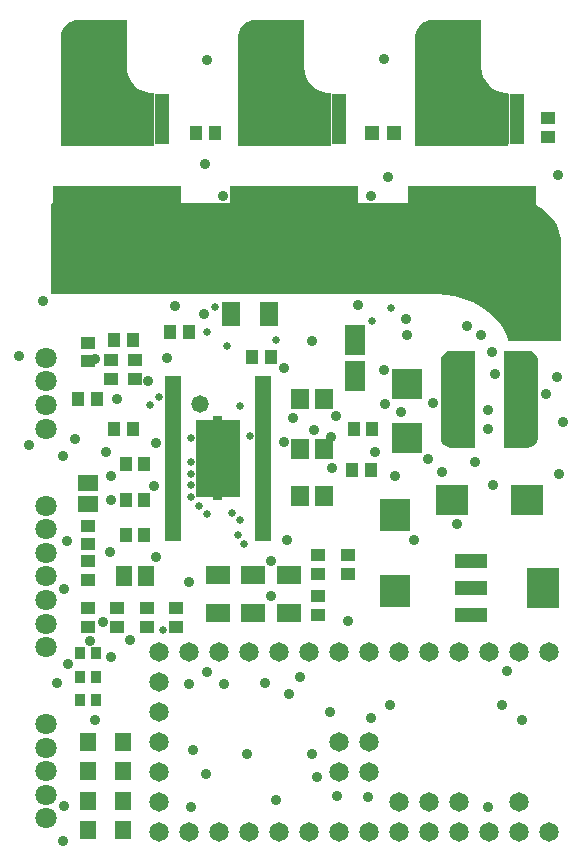
<source format=gts>
G04 Layer_Color=8388736*
%FSAX44Y44*%
%MOMM*%
G71*
G01*
G75*
%ADD43R,1.2032X1.1032*%
%ADD44R,1.3032X1.3032*%
%ADD45R,1.1032X1.2032*%
%ADD46R,10.8032X9.0032*%
%ADD47R,1.2532X4.3532*%
G04:AMPARAMS|DCode=48|XSize=2.9032mm|YSize=8.2032mm|CornerRadius=1.4516mm|HoleSize=0mm|Usage=FLASHONLY|Rotation=0.000|XOffset=0mm|YOffset=0mm|HoleType=Round|Shape=RoundedRectangle|*
%AMROUNDEDRECTD48*
21,1,2.9032,5.3000,0,0,0.0*
21,1,0.0000,8.2032,0,0,0.0*
1,1,2.9032,0.0000,-2.6500*
1,1,2.9032,0.0000,-2.6500*
1,1,2.9032,0.0000,2.6500*
1,1,2.9032,0.0000,2.6500*
%
%ADD48ROUNDEDRECTD48*%
%ADD49R,1.7532X2.6032*%
%ADD50R,2.8032X2.6032*%
%ADD51R,1.6532X1.3532*%
%ADD52R,2.1032X1.5532*%
%ADD53R,2.6032X2.8032*%
%ADD54R,2.5032X2.5032*%
%ADD55R,2.7032X3.5032*%
%ADD56R,2.7032X1.2032*%
%ADD57R,0.9032X1.1032*%
%ADD58R,1.5532X2.1032*%
%ADD59R,1.3532X1.6532*%
%ADD60R,1.4732X0.5080*%
%ADD61R,1.5532X1.7532*%
%ADD62R,1.4224X1.6256*%
%ADD63C,1.8034*%
%ADD64C,1.6510*%
%ADD65C,0.9144*%
%ADD66C,0.6604*%
%ADD67C,0.7112*%
%ADD68C,1.4732*%
G36*
X00784000Y00852385D02*
X00798685D01*
Y00849559D01*
Y00845559D01*
Y00841685D01*
Y00837685D01*
Y00833811D01*
Y00829811D01*
Y00825937D01*
Y00821937D01*
Y00818063D01*
Y00814063D01*
Y00810189D01*
Y00806189D01*
Y00802315D01*
Y00798315D01*
Y00794441D01*
Y00787615D01*
X00784000D01*
Y00784450D01*
X00776000D01*
Y00787615D01*
X00761315D01*
Y00794441D01*
Y00798315D01*
Y00802315D01*
Y00806189D01*
Y00810189D01*
Y00814063D01*
Y00818063D01*
Y00821937D01*
Y00825937D01*
Y00829811D01*
Y00833811D01*
Y00837685D01*
Y00841685D01*
Y00845559D01*
Y00849559D01*
Y00852385D01*
X00776000D01*
Y00855550D01*
X00784000D01*
Y00852385D01*
D02*
G37*
%LPC*%
G36*
X00785937Y00810189D02*
X00781937D01*
Y00806189D01*
X00785937D01*
Y00810189D01*
D02*
G37*
G36*
X00778063D02*
X00774063D01*
Y00806189D01*
X00778063D01*
Y00810189D01*
D02*
G37*
G36*
X00770189D02*
X00766189D01*
Y00806189D01*
X00770189D01*
Y00810189D01*
D02*
G37*
G36*
X00793811D02*
X00789811D01*
Y00806189D01*
X00793811D01*
Y00810189D01*
D02*
G37*
G36*
X00785937Y00818063D02*
X00781937D01*
Y00814063D01*
X00785937D01*
Y00818063D01*
D02*
G37*
G36*
X00778063D02*
X00774063D01*
Y00814063D01*
X00778063D01*
Y00818063D01*
D02*
G37*
G36*
X00770189D02*
X00766189D01*
Y00814063D01*
X00770189D01*
Y00818063D01*
D02*
G37*
G36*
X00793811Y00802315D02*
X00789811D01*
Y00798315D01*
X00793811D01*
Y00802315D01*
D02*
G37*
G36*
X00785937Y00794441D02*
X00781937D01*
Y00790441D01*
X00785937D01*
Y00794441D01*
D02*
G37*
G36*
X00778063D02*
X00774063D01*
Y00790441D01*
X00778063D01*
Y00794441D01*
D02*
G37*
G36*
X00770189D02*
X00766189D01*
Y00790441D01*
X00770189D01*
Y00794441D01*
D02*
G37*
G36*
X00793811D02*
X00789811D01*
Y00790441D01*
X00793811D01*
Y00794441D01*
D02*
G37*
G36*
X00785937Y00802315D02*
X00781937D01*
Y00798315D01*
X00785937D01*
Y00802315D01*
D02*
G37*
G36*
X00778063D02*
X00774063D01*
Y00798315D01*
X00778063D01*
Y00802315D01*
D02*
G37*
G36*
X00770189D02*
X00766189D01*
Y00798315D01*
X00770189D01*
Y00802315D01*
D02*
G37*
G36*
X00793811Y00818063D02*
X00789811D01*
Y00814063D01*
X00793811D01*
Y00818063D01*
D02*
G37*
G36*
X00785937Y00841685D02*
X00781937D01*
Y00837685D01*
X00785937D01*
Y00841685D01*
D02*
G37*
G36*
X00793811D02*
X00789811D01*
Y00837685D01*
X00793811D01*
Y00841685D01*
D02*
G37*
G36*
X00770189D02*
X00766189D01*
Y00837685D01*
X00770189D01*
Y00841685D01*
D02*
G37*
G36*
X00778063D02*
X00774063D01*
Y00837685D01*
X00778063D01*
Y00841685D01*
D02*
G37*
G36*
X00785937Y00849559D02*
X00781937D01*
Y00845559D01*
X00785937D01*
Y00849559D01*
D02*
G37*
G36*
X00793811D02*
X00789811D01*
Y00845559D01*
X00793811D01*
Y00849559D01*
D02*
G37*
G36*
X00770189D02*
X00766189D01*
Y00845559D01*
X00770189D01*
Y00849559D01*
D02*
G37*
G36*
X00778063D02*
X00774063D01*
Y00845559D01*
X00778063D01*
Y00849559D01*
D02*
G37*
G36*
X00785937Y00825937D02*
X00781937D01*
Y00821937D01*
X00785937D01*
Y00825937D01*
D02*
G37*
G36*
X00793811D02*
X00789811D01*
Y00821937D01*
X00793811D01*
Y00825937D01*
D02*
G37*
G36*
X00770189D02*
X00766189D01*
Y00821937D01*
X00770189D01*
Y00825937D01*
D02*
G37*
G36*
X00778063D02*
X00774063D01*
Y00821937D01*
X00778063D01*
Y00825937D01*
D02*
G37*
G36*
X00785937Y00833811D02*
X00781937D01*
Y00829811D01*
X00785937D01*
Y00833811D01*
D02*
G37*
G36*
X00793811D02*
X00789811D01*
Y00829811D01*
X00793811D01*
Y00833811D01*
D02*
G37*
G36*
X00770189D02*
X00766189D01*
Y00829811D01*
X00770189D01*
Y00833811D01*
D02*
G37*
G36*
X00778063D02*
X00774063D01*
Y00829811D01*
X00778063D01*
Y00833811D01*
D02*
G37*
%LPD*%
G36*
X01045035Y01036015D02*
X01045070Y01036015D01*
X01045101Y01036011D01*
X01045133Y01036009D01*
X01045167Y01036002D01*
X01045201Y01035998D01*
X01045232Y01035989D01*
X01045263Y01035983D01*
X01045296Y01035972D01*
X01045330Y01035963D01*
X01047943Y01035067D01*
X01047968Y01035056D01*
X01047994Y01035048D01*
X01048029Y01035031D01*
X01048065Y01035016D01*
X01048089Y01035002D01*
X01048114Y01034990D01*
X01055317Y01030912D01*
X01055343Y01030895D01*
X01055370Y01030880D01*
X01055399Y01030858D01*
X01055428Y01030839D01*
X01055452Y01030818D01*
X01055477Y01030800D01*
X01059905Y01027018D01*
X01059915Y01027008D01*
X01059925Y01027000D01*
X01059962Y01026962D01*
X01060001Y01026925D01*
X01060009Y01026914D01*
X01060018Y01026905D01*
X01063800Y01022476D01*
X01063808Y01022465D01*
X01063818Y01022456D01*
X01063848Y01022412D01*
X01063880Y01022370D01*
X01063887Y01022358D01*
X01063894Y01022347D01*
X01066937Y01017381D01*
X01066943Y01017370D01*
X01066951Y01017358D01*
X01066975Y01017310D01*
X01066999Y01017263D01*
X01067004Y01017251D01*
X01067010Y01017239D01*
X01069239Y01011858D01*
X01069243Y01011846D01*
X01069248Y01011834D01*
X01069264Y01011783D01*
X01069281Y01011732D01*
X01069284Y01011719D01*
X01069288Y01011706D01*
X01070647Y01006044D01*
X01070650Y01006031D01*
X01070653Y01006018D01*
X01070661Y01005965D01*
X01070670Y01005912D01*
X01070670Y01005899D01*
X01070672Y01005886D01*
X01071015Y01001534D01*
X01071015Y01001494D01*
X01071018Y01001454D01*
Y01000000D01*
X01071018Y01000000D01*
X01071018Y00920000D01*
X01071009Y00919867D01*
X01070983Y00919736D01*
X01070941Y00919610D01*
X01070882Y00919491D01*
X01070808Y00919380D01*
X01070720Y00919280D01*
X01070620Y00919192D01*
X01070509Y00919118D01*
X01070390Y00919059D01*
X01070264Y00919016D01*
X01070133Y00918990D01*
X01070000Y00918982D01*
X01026782D01*
X01026778Y00918982D01*
X01026775Y00918982D01*
X01026711Y00918987D01*
X01026649Y00918990D01*
X01026646Y00918991D01*
X01026642Y00918991D01*
X01026579Y00919005D01*
X01026518Y00919016D01*
X01026515Y00919018D01*
X01026512Y00919018D01*
X01026453Y00919038D01*
X01026392Y00919059D01*
X01026389Y00919061D01*
X01026386Y00919062D01*
X01026331Y00919090D01*
X01026273Y00919118D01*
X01026270Y00919120D01*
X01026267Y00919122D01*
X01026214Y00919158D01*
X01026162Y00919192D01*
X01026160Y00919194D01*
X01026157Y00919196D01*
X01026109Y00919239D01*
X01026062Y00919280D01*
X01026060Y00919283D01*
X01026057Y00919285D01*
X01026016Y00919332D01*
X01025974Y00919380D01*
X01025972Y00919383D01*
X01025970Y00919386D01*
X01025935Y00919440D01*
X01025900Y00919491D01*
X01025899Y00919494D01*
X01025897Y00919497D01*
X01025869Y00919554D01*
X01025841Y00919610D01*
X01025840Y00919614D01*
X01025839Y00919617D01*
X01025819Y00919676D01*
X01025798Y00919736D01*
X01025798Y00919740D01*
X01025797Y00919743D01*
X01025438Y00921121D01*
X01024067Y00925175D01*
X01021669Y00930037D01*
X01018659Y00934542D01*
X01015458Y00938158D01*
X01014298Y00939263D01*
X01014298Y00939263D01*
D01*
X01011716Y00941722D01*
X01003081Y00948126D01*
X00996064Y00952004D01*
X00988647Y00955076D01*
X00980933Y00957299D01*
X00973018Y00958644D01*
X00967006Y00958981D01*
X00965000Y00958981D01*
X00965000D01*
X00965000D01*
X00640000Y00958982D01*
X00639867Y00958990D01*
X00639737Y00959016D01*
X00639610Y00959059D01*
X00639491Y00959118D01*
X00639380Y00959192D01*
X00639280Y00959280D01*
X00639192Y00959380D01*
X00639118Y00959491D01*
X00639059Y00959610D01*
X00639016Y00959736D01*
X00638991Y00959867D01*
X00638982Y00960000D01*
Y01034270D01*
Y01034415D01*
D01*
Y01034415D01*
X00638991Y01034548D01*
X00639016Y01034679D01*
X00639031Y01034721D01*
X00639059Y01034805D01*
X00639059Y01034805D01*
X00639230Y01035218D01*
X00639230Y01035218D01*
X00639289Y01035337D01*
D01*
X00639290Y01035338D01*
X00639363Y01035448D01*
X00639439Y01035534D01*
X00639451Y01035548D01*
X00639451D01*
Y01035548D01*
X00639465Y01035561D01*
X00639551Y01035636D01*
X00639662Y01035710D01*
X00639662Y01035710D01*
D01*
X00639782Y01035769D01*
X00639782Y01035769D01*
X00640195Y01035940D01*
X00640195Y01035940D01*
X00640278Y01035968D01*
X00640321Y01035983D01*
X00640452Y01036009D01*
X00640584Y01036018D01*
X00640584D01*
D01*
X01045000D01*
X01045035Y01036015D01*
D02*
G37*
G36*
X00997133Y00911010D02*
X00997263Y00910984D01*
X00997390Y00910941D01*
X00997509Y00910882D01*
X00997620Y00910808D01*
X00997720Y00910720D01*
X00997808Y00910620D01*
X00997882Y00910509D01*
X00997941Y00910390D01*
X00997983Y00910264D01*
X00998009Y00910133D01*
X00998018Y00910000D01*
Y00830000D01*
X00998009Y00829867D01*
X00997983Y00829736D01*
X00997941Y00829610D01*
X00997882Y00829491D01*
X00997808Y00829380D01*
X00997720Y00829280D01*
X00997620Y00829192D01*
X00997509Y00829118D01*
X00997390Y00829059D01*
X00997263Y00829016D01*
X00997133Y00828990D01*
X00997000Y00828982D01*
X00977008D01*
X00976876Y00828990D01*
X00975409Y00829184D01*
X00975279Y00829210D01*
X00975153Y00829252D01*
X00973328Y00830008D01*
X00973208Y00830067D01*
X00973098Y00830141D01*
X00971531Y00831343D01*
X00971431Y00831431D01*
Y00831431D01*
X00971431D01*
X00971343Y00831531D01*
X00970141Y00833098D01*
X00970067Y00833209D01*
X00970037Y00833269D01*
X00970008Y00833328D01*
X00969252Y00835152D01*
X00969252Y00835153D01*
X00969224Y00835236D01*
X00969210Y00835279D01*
X00969184Y00835409D01*
Y00835409D01*
X00968990Y00836876D01*
X00968982Y00837008D01*
Y00837500D01*
Y00902500D01*
Y00902992D01*
X00968990Y00903124D01*
X00969184Y00904591D01*
X00969210Y00904722D01*
X00969252Y00904848D01*
X00970008Y00906672D01*
X00970067Y00906792D01*
X00970141Y00906902D01*
X00971343Y00908469D01*
X00971431Y00908569D01*
X00971531Y00908657D01*
X00971531Y00908657D01*
X00973098Y00909859D01*
X00973153Y00909896D01*
X00973208Y00909933D01*
X00973328Y00909992D01*
X00975152Y00910748D01*
X00975278Y00910790D01*
X00975409Y00910816D01*
X00976876Y00911010D01*
X00977008Y00911018D01*
X00977008D01*
X00977009D01*
X00977500Y00911018D01*
X00977500Y00911018D01*
X00997000D01*
X00997133Y00911010D01*
D02*
G37*
G36*
X01043124D02*
X01044591Y00910816D01*
X01044721Y00910790D01*
X01044847Y00910748D01*
X01046672Y00909992D01*
X01046792Y00909933D01*
X01046847Y00909896D01*
X01046902Y00909859D01*
X01048469Y00908657D01*
X01048569Y00908569D01*
X01048657Y00908469D01*
X01049859Y00906902D01*
X01049933Y00906792D01*
X01049992Y00906672D01*
X01050748Y00904847D01*
X01050790Y00904721D01*
X01050816Y00904591D01*
X01051010Y00903124D01*
X01051018Y00902992D01*
Y00902500D01*
Y00837500D01*
Y00837008D01*
X01051010Y00836876D01*
X01050816Y00835409D01*
Y00835409D01*
X01050790Y00835279D01*
X01050776Y00835236D01*
X01050748Y00835153D01*
X01050748Y00835152D01*
X01049992Y00833328D01*
X01049963Y00833269D01*
X01049933Y00833209D01*
X01049859Y00833098D01*
X01048657Y00831531D01*
X01048569Y00831431D01*
X01048569D01*
Y00831431D01*
X01048469Y00831343D01*
X01046902Y00830141D01*
X01046792Y00830067D01*
X01046672Y00830008D01*
X01044847Y00829252D01*
X01044721Y00829210D01*
X01044591Y00829184D01*
X01043124Y00828990D01*
X01042992Y00828982D01*
X01023000D01*
X01022867Y00828990D01*
X01022737Y00829016D01*
X01022610Y00829059D01*
X01022491Y00829118D01*
X01022380Y00829192D01*
X01022280Y00829280D01*
X01022192Y00829380D01*
X01022118Y00829491D01*
X01022059Y00829610D01*
X01022017Y00829736D01*
X01021991Y00829867D01*
X01021982Y00830000D01*
Y00910000D01*
X01021991Y00910133D01*
X01022017Y00910264D01*
X01022059Y00910390D01*
X01022118Y00910509D01*
X01022192Y00910620D01*
X01022280Y00910720D01*
X01022380Y00910808D01*
X01022491Y00910882D01*
X01022610Y00910941D01*
X01022737Y00910984D01*
X01022867Y00911010D01*
X01023000Y00911018D01*
X01042992D01*
X01043124Y00911010D01*
D02*
G37*
G36*
X01002317Y01191010D02*
X01002447Y01190984D01*
X01002573Y01190941D01*
X01002693Y01190882D01*
X01002804Y01190808D01*
X01002904Y01190720D01*
X01002991Y01190620D01*
X01003065Y01190509D01*
X01003124Y01190390D01*
X01003167Y01190264D01*
X01003193Y01190133D01*
X01003202Y01190000D01*
Y01151252D01*
Y01150181D01*
X01003517Y01146979D01*
X01004764Y01142870D01*
X01006788Y01139083D01*
X01009512Y01135764D01*
X01012831Y01133040D01*
X01016596Y01131028D01*
X01022878Y01129454D01*
X01025000D01*
X01025133Y01129445D01*
X01025264Y01129419D01*
X01025390Y01129376D01*
X01025509Y01129317D01*
X01025620Y01129243D01*
X01025720Y01129156D01*
X01025808Y01129055D01*
X01025882Y01128945D01*
X01025941Y01128825D01*
X01025984Y01128699D01*
X01026010Y01128569D01*
X01026018Y01128436D01*
Y01085000D01*
X01026010Y01084867D01*
X01025984Y01084736D01*
X01025941Y01084610D01*
X01025882Y01084491D01*
X01025808Y01084380D01*
X01025720Y01084280D01*
X01025620Y01084192D01*
X01025509Y01084118D01*
X01025390Y01084059D01*
X01025264Y01084016D01*
X01025133Y01083990D01*
X01025000Y01083982D01*
X00948303D01*
X00948170Y01083990D01*
X00948039Y01084016D01*
X00947913Y01084059D01*
X00947794Y01084118D01*
X00947683Y01084192D01*
X00947583Y01084280D01*
X00947495Y01084380D01*
X00947421Y01084491D01*
X00947362Y01084610D01*
X00947319Y01084736D01*
X00947293Y01084867D01*
X00947285Y01085000D01*
Y01176232D01*
Y01177134D01*
X00947293Y01177267D01*
X00947648Y01179959D01*
X00947674Y01180090D01*
X00947717Y01180216D01*
X00949104Y01183565D01*
X00949163Y01183684D01*
X00949187Y01183721D01*
X00949237Y01183795D01*
X00951444Y01186671D01*
X00951532Y01186771D01*
X00951632Y01186859D01*
X00954508Y01189066D01*
X00954619Y01189140D01*
X00954738Y01189199D01*
X00958087Y01190586D01*
X00958087Y01190586D01*
X00958170Y01190615D01*
X00958213Y01190629D01*
X00958344Y01190655D01*
X00958344D01*
X00961036Y01191010D01*
X00961169Y01191018D01*
X00961169D01*
D01*
X01002184D01*
X01002317Y01191010D01*
D02*
G37*
G36*
X00852317D02*
X00852447Y01190984D01*
X00852573Y01190941D01*
X00852693Y01190882D01*
X00852804Y01190808D01*
X00852904Y01190720D01*
X00852991Y01190620D01*
X00853065Y01190509D01*
X00853124Y01190390D01*
X00853167Y01190264D01*
X00853193Y01190133D01*
X00853202Y01190000D01*
Y01151252D01*
Y01150181D01*
X00853517Y01146979D01*
X00854764Y01142870D01*
X00856788Y01139083D01*
X00859512Y01135764D01*
X00862831Y01133040D01*
X00866596Y01131028D01*
X00872878Y01129454D01*
X00875000D01*
X00875133Y01129445D01*
X00875264Y01129419D01*
X00875390Y01129376D01*
X00875509Y01129317D01*
X00875620Y01129243D01*
X00875720Y01129156D01*
X00875808Y01129055D01*
X00875882Y01128945D01*
X00875941Y01128825D01*
X00875984Y01128699D01*
X00876010Y01128569D01*
X00876018Y01128436D01*
Y01085000D01*
X00876010Y01084867D01*
X00875984Y01084736D01*
X00875941Y01084610D01*
X00875882Y01084491D01*
X00875808Y01084380D01*
X00875720Y01084280D01*
X00875620Y01084192D01*
X00875509Y01084118D01*
X00875390Y01084059D01*
X00875264Y01084016D01*
X00875133Y01083990D01*
X00875000Y01083982D01*
X00798303D01*
X00798170Y01083990D01*
X00798039Y01084016D01*
X00797913Y01084059D01*
X00797794Y01084118D01*
X00797683Y01084192D01*
X00797583Y01084280D01*
X00797495Y01084380D01*
X00797421Y01084491D01*
X00797362Y01084610D01*
X00797319Y01084736D01*
X00797293Y01084867D01*
X00797285Y01085000D01*
Y01176232D01*
Y01177134D01*
X00797293Y01177267D01*
X00797648Y01179959D01*
X00797674Y01180090D01*
X00797717Y01180216D01*
X00799104Y01183565D01*
X00799163Y01183684D01*
X00799187Y01183721D01*
X00799237Y01183795D01*
X00801444Y01186671D01*
X00801532Y01186771D01*
X00801632Y01186859D01*
X00804508Y01189066D01*
X00804619Y01189140D01*
X00804738Y01189199D01*
X00808087Y01190586D01*
X00808087Y01190586D01*
X00808170Y01190615D01*
X00808213Y01190629D01*
X00808344Y01190655D01*
X00808344D01*
X00811036Y01191010D01*
X00811169Y01191018D01*
X00811169D01*
D01*
X00852184D01*
X00852317Y01191010D01*
D02*
G37*
G36*
X00702317D02*
X00702447Y01190984D01*
X00702573Y01190941D01*
X00702693Y01190882D01*
X00702804Y01190808D01*
X00702904Y01190720D01*
X00702991Y01190620D01*
X00703065Y01190509D01*
X00703124Y01190390D01*
X00703167Y01190264D01*
X00703193Y01190133D01*
X00703202Y01190000D01*
Y01151252D01*
Y01150181D01*
X00703517Y01146979D01*
X00704764Y01142870D01*
X00706788Y01139083D01*
X00709512Y01135764D01*
X00712831Y01133040D01*
X00716596Y01131028D01*
X00722878Y01129454D01*
X00725000D01*
X00725133Y01129445D01*
X00725264Y01129419D01*
X00725390Y01129376D01*
X00725509Y01129317D01*
X00725620Y01129243D01*
X00725720Y01129156D01*
X00725808Y01129055D01*
X00725882Y01128945D01*
X00725941Y01128825D01*
X00725984Y01128699D01*
X00726010Y01128569D01*
X00726018Y01128436D01*
Y01085000D01*
X00726010Y01084867D01*
X00725984Y01084736D01*
X00725941Y01084610D01*
X00725882Y01084491D01*
X00725808Y01084380D01*
X00725720Y01084280D01*
X00725620Y01084192D01*
X00725509Y01084118D01*
X00725390Y01084059D01*
X00725264Y01084016D01*
X00725133Y01083990D01*
X00725000Y01083982D01*
X00648303D01*
X00648170Y01083990D01*
X00648039Y01084016D01*
X00647913Y01084059D01*
X00647794Y01084118D01*
X00647683Y01084192D01*
X00647583Y01084280D01*
X00647495Y01084380D01*
X00647421Y01084491D01*
X00647362Y01084610D01*
X00647319Y01084736D01*
X00647293Y01084867D01*
X00647285Y01085000D01*
Y01176232D01*
Y01177134D01*
X00647293Y01177267D01*
X00647648Y01179959D01*
X00647674Y01180090D01*
X00647717Y01180216D01*
X00649104Y01183565D01*
X00649163Y01183684D01*
X00649187Y01183721D01*
X00649237Y01183795D01*
X00651444Y01186671D01*
X00651532Y01186771D01*
X00651632Y01186859D01*
X00654508Y01189066D01*
X00654619Y01189140D01*
X00654738Y01189199D01*
X00658087Y01190586D01*
X00658087Y01190586D01*
X00658170Y01190615D01*
X00658213Y01190629D01*
X00658344Y01190655D01*
X00658344D01*
X00661036Y01191010D01*
X00661169Y01191018D01*
X00661169D01*
D01*
X00702184D01*
X00702317Y01191010D01*
D02*
G37*
D43*
X00745000Y00693000D02*
D03*
Y00677000D02*
D03*
X00720000Y00693000D02*
D03*
Y00677000D02*
D03*
X00695000Y00693000D02*
D03*
Y00677000D02*
D03*
X00670000Y00693000D02*
D03*
Y00677000D02*
D03*
X01060000Y01092000D02*
D03*
Y01108000D02*
D03*
X00670000Y00733000D02*
D03*
Y00717000D02*
D03*
X00670000Y00763000D02*
D03*
Y00747000D02*
D03*
X00710000Y00903000D02*
D03*
Y00887000D02*
D03*
X00690000Y00903000D02*
D03*
Y00887000D02*
D03*
X00865000Y00687000D02*
D03*
Y00703000D02*
D03*
X00670000Y00902000D02*
D03*
Y00918000D02*
D03*
X00865000Y00738000D02*
D03*
Y00722000D02*
D03*
X00890000Y00738000D02*
D03*
Y00722000D02*
D03*
D44*
X00929000Y01095000D02*
D03*
X00911000D02*
D03*
D45*
X00708000Y00845000D02*
D03*
X00692000D02*
D03*
X00740000Y00927000D02*
D03*
X00756000D02*
D03*
X00778000Y01095000D02*
D03*
X00762000D02*
D03*
X00702000Y00755000D02*
D03*
X00718000D02*
D03*
X00702000Y00785000D02*
D03*
X00718000D02*
D03*
X00702000Y00815000D02*
D03*
X00718000D02*
D03*
X00910000Y00810000D02*
D03*
X00894000D02*
D03*
X00825000Y00906000D02*
D03*
X00809000D02*
D03*
X00895000Y00845000D02*
D03*
X00911000D02*
D03*
X00692000Y00920000D02*
D03*
X00708000D02*
D03*
X00678000Y00870000D02*
D03*
X00662000D02*
D03*
D46*
X00995000Y01005500D02*
D03*
X00845000Y01005500D02*
D03*
X00695000D02*
D03*
D47*
X00956900Y01107500D02*
D03*
X00969600D02*
D03*
X00982300D02*
D03*
X01007700D02*
D03*
X01020400D02*
D03*
X01033100D02*
D03*
X00806900Y01107500D02*
D03*
X00819600D02*
D03*
X00832300D02*
D03*
X00857700D02*
D03*
X00870400D02*
D03*
X00883100D02*
D03*
X00656900D02*
D03*
X00669600D02*
D03*
X00682300D02*
D03*
X00707700D02*
D03*
X00720400D02*
D03*
X00733100D02*
D03*
D48*
X00983500Y00870000D02*
D03*
X01036500D02*
D03*
D49*
X00896000Y00920250D02*
D03*
Y00889750D02*
D03*
D50*
X00978020Y00784930D02*
D03*
X01042020D02*
D03*
D51*
X00670000Y00781000D02*
D03*
Y00799000D02*
D03*
D52*
X00780000Y00689000D02*
D03*
Y00721000D02*
D03*
X00810000Y00689000D02*
D03*
Y00721000D02*
D03*
X00840000Y00689000D02*
D03*
Y00721000D02*
D03*
D53*
X00929930Y00771980D02*
D03*
Y00707980D02*
D03*
D54*
X00940000Y00882500D02*
D03*
Y00837500D02*
D03*
D55*
X01055500Y00710000D02*
D03*
D56*
X00994500D02*
D03*
Y00733000D02*
D03*
Y00687000D02*
D03*
D57*
X00663000Y00615000D02*
D03*
X00677000D02*
D03*
X00663000Y00635000D02*
D03*
X00677000D02*
D03*
X00663000Y00655000D02*
D03*
X00677000D02*
D03*
D58*
X00791000Y00942000D02*
D03*
X00823000D02*
D03*
D59*
X00719000Y00720000D02*
D03*
X00701000D02*
D03*
D60*
X00741773Y00887500D02*
D03*
Y00882500D02*
D03*
Y00877500D02*
D03*
Y00872500D02*
D03*
Y00867500D02*
D03*
Y00862500D02*
D03*
Y00857500D02*
D03*
Y00852500D02*
D03*
Y00847500D02*
D03*
Y00842500D02*
D03*
Y00837500D02*
D03*
Y00832500D02*
D03*
Y00827500D02*
D03*
Y00822500D02*
D03*
Y00817500D02*
D03*
Y00812500D02*
D03*
Y00807500D02*
D03*
Y00802500D02*
D03*
Y00797500D02*
D03*
Y00792500D02*
D03*
Y00787500D02*
D03*
Y00782500D02*
D03*
Y00777500D02*
D03*
Y00772500D02*
D03*
Y00767500D02*
D03*
Y00762500D02*
D03*
Y00757500D02*
D03*
Y00752500D02*
D03*
X00818227D02*
D03*
Y00757500D02*
D03*
Y00762500D02*
D03*
Y00767500D02*
D03*
Y00772500D02*
D03*
Y00777500D02*
D03*
Y00782500D02*
D03*
Y00787500D02*
D03*
Y00792500D02*
D03*
Y00797500D02*
D03*
Y00802500D02*
D03*
Y00807500D02*
D03*
Y00812500D02*
D03*
Y00817500D02*
D03*
Y00822500D02*
D03*
Y00827500D02*
D03*
Y00832500D02*
D03*
Y00837500D02*
D03*
Y00842500D02*
D03*
Y00847500D02*
D03*
Y00852500D02*
D03*
Y00857500D02*
D03*
Y00862500D02*
D03*
Y00867500D02*
D03*
Y00872500D02*
D03*
Y00877500D02*
D03*
Y00882500D02*
D03*
Y00887500D02*
D03*
D61*
X00850000Y00787710D02*
D03*
X00870000D02*
D03*
X00870000Y00828000D02*
D03*
X00850000D02*
D03*
X00870000Y00870000D02*
D03*
X00850000D02*
D03*
D62*
X00669760Y00505000D02*
D03*
X00700000D02*
D03*
X00669760Y00530000D02*
D03*
X00700000D02*
D03*
X00669760Y00555000D02*
D03*
X00700000D02*
D03*
X00669760Y00580000D02*
D03*
X00700000D02*
D03*
D63*
X00635000Y00555000D02*
D03*
Y00515000D02*
D03*
Y00595132D02*
D03*
Y00575066D02*
D03*
Y00535000D02*
D03*
Y00760000D02*
D03*
Y00740132D02*
D03*
Y00720066D02*
D03*
Y00780000D02*
D03*
Y00700000D02*
D03*
Y00680000D02*
D03*
Y00660000D02*
D03*
Y00845000D02*
D03*
Y00865000D02*
D03*
Y00885000D02*
D03*
Y00905066D02*
D03*
D64*
X01060100Y00656200D02*
D03*
X01034700D02*
D03*
X01009300D02*
D03*
X00983900D02*
D03*
X00958500D02*
D03*
X00933100D02*
D03*
X00907700D02*
D03*
X00882300D02*
D03*
X00856900D02*
D03*
X00831500D02*
D03*
X00806100D02*
D03*
X00780700D02*
D03*
X00755300D02*
D03*
X00729900D02*
D03*
Y00630800D02*
D03*
Y00605400D02*
D03*
Y00580000D02*
D03*
Y00503800D02*
D03*
X00755300D02*
D03*
X00780700D02*
D03*
X00806100D02*
D03*
X00831500D02*
D03*
X00856900D02*
D03*
X00882300D02*
D03*
X00907700D02*
D03*
X00933100D02*
D03*
X00958500D02*
D03*
X00983900D02*
D03*
X01009300D02*
D03*
X01034700D02*
D03*
Y00529200D02*
D03*
X00983900D02*
D03*
X00958500D02*
D03*
X00933100D02*
D03*
X00882300Y00554600D02*
D03*
X00907700D02*
D03*
X00882300Y00580000D02*
D03*
X00907700D02*
D03*
X00729900Y00529200D02*
D03*
X01060100Y00503800D02*
D03*
X00729900Y00554600D02*
D03*
D65*
X00726447Y00796447D02*
D03*
X00652999Y00645999D02*
D03*
X00695000Y00870000D02*
D03*
X00990998Y00931998D02*
D03*
X00757000Y00525000D02*
D03*
X00770999Y00638999D02*
D03*
X00785000Y00629000D02*
D03*
X00755999Y00628999D02*
D03*
X00769998Y00552999D02*
D03*
X00759000Y00573000D02*
D03*
X00755999Y00714999D02*
D03*
X00727999Y00832999D02*
D03*
X00836000Y00896000D02*
D03*
X00860000Y00919000D02*
D03*
X00676000Y00904000D02*
D03*
X00721000Y00885000D02*
D03*
X00825000Y00733000D02*
D03*
X00843998Y00853998D02*
D03*
X00876998Y00811998D02*
D03*
X01011998Y00909998D02*
D03*
X01014998Y00890998D02*
D03*
X01002804Y00924430D02*
D03*
X00939850Y00923987D02*
D03*
X00899000Y00950000D02*
D03*
X00939000Y00938000D02*
D03*
X01021000Y00611000D02*
D03*
X01038000Y00598000D02*
D03*
X01009000Y00525000D02*
D03*
X00840000Y00620000D02*
D03*
X00820000Y00630000D02*
D03*
X00875000Y00605000D02*
D03*
X00825000Y00703000D02*
D03*
X00921000Y00895000D02*
D03*
X00921998Y00865998D02*
D03*
X00958000Y00819000D02*
D03*
X00983000Y00764000D02*
D03*
X00946000Y00751000D02*
D03*
X01069000Y00807000D02*
D03*
X00921000Y01158000D02*
D03*
X00771000Y01157000D02*
D03*
X00612000Y00907000D02*
D03*
X01068000Y01060000D02*
D03*
X00632000Y00953000D02*
D03*
X00737000Y00905000D02*
D03*
X00620315Y00831400D02*
D03*
X00839000Y00751000D02*
D03*
X00689999Y00651999D02*
D03*
X00671999Y00664999D02*
D03*
X00676000Y00598000D02*
D03*
X00643999Y00629999D02*
D03*
X00649000Y00496000D02*
D03*
X00649999Y00525999D02*
D03*
X00651999Y00749998D02*
D03*
X00649999Y00708999D02*
D03*
X00682650Y00681731D02*
D03*
X00907235Y00533517D02*
D03*
X00863998Y00549999D02*
D03*
X00881000Y00534000D02*
D03*
X00829000Y00531000D02*
D03*
X00860000Y00570000D02*
D03*
X00689000Y00741000D02*
D03*
X00727460Y00736540D02*
D03*
X01057998Y00873998D02*
D03*
X01072000Y00851000D02*
D03*
X01009000Y00845000D02*
D03*
X01067000Y00889000D02*
D03*
X01013000Y00797000D02*
D03*
X00998000Y00817000D02*
D03*
X00969998Y00807998D02*
D03*
X00861905Y00843905D02*
D03*
X00909398Y01042398D02*
D03*
X00923998Y01057998D02*
D03*
X00962000Y00867000D02*
D03*
X00875998Y00837998D02*
D03*
X00705999Y00665999D02*
D03*
X00880000Y00856000D02*
D03*
X00835900Y00833409D02*
D03*
X00935000Y00859000D02*
D03*
X00649000Y00822000D02*
D03*
X00658902Y00836098D02*
D03*
X00689999Y00804998D02*
D03*
X00685000Y00825000D02*
D03*
X00689999Y00784998D02*
D03*
X01045000Y00930000D02*
D03*
X01030000Y00945000D02*
D03*
Y00930000D02*
D03*
X01060000D02*
D03*
Y00945000D02*
D03*
X01045000D02*
D03*
X00655000Y01115000D02*
D03*
Y01100000D02*
D03*
X00670000Y01115000D02*
D03*
Y01100000D02*
D03*
X00685000D02*
D03*
Y01115000D02*
D03*
X00700000Y01100000D02*
D03*
Y01115000D02*
D03*
X00715000D02*
D03*
Y01100000D02*
D03*
X00865000D02*
D03*
Y01115000D02*
D03*
X00850000D02*
D03*
Y01100000D02*
D03*
X00835000Y01115000D02*
D03*
Y01100000D02*
D03*
X00820000D02*
D03*
Y01115000D02*
D03*
X00805000Y01100000D02*
D03*
Y01115000D02*
D03*
X01015000Y01100000D02*
D03*
Y01115000D02*
D03*
X01000000D02*
D03*
Y01100000D02*
D03*
X00985000Y01115000D02*
D03*
Y01100000D02*
D03*
X00970000D02*
D03*
Y01115000D02*
D03*
X00955000Y01100000D02*
D03*
Y01115000D02*
D03*
X00850000Y00635000D02*
D03*
X00909998Y00599999D02*
D03*
X01025000Y00640000D02*
D03*
X00890000Y00682160D02*
D03*
X00926000Y00611000D02*
D03*
X00805000Y00570000D02*
D03*
X01008998Y00860998D02*
D03*
X00913427Y00825570D02*
D03*
X00930000Y00805000D02*
D03*
X00784650Y01042349D02*
D03*
X00769000Y01069000D02*
D03*
X00767999Y00941998D02*
D03*
X00744000Y00949000D02*
D03*
D66*
X00723000Y00864834D02*
D03*
X00730000Y00872000D02*
D03*
X00798998Y00863998D02*
D03*
X00787998Y00914998D02*
D03*
X00734000Y00675000D02*
D03*
X00757000Y00797000D02*
D03*
X00764000Y00780000D02*
D03*
X00771000Y00773000D02*
D03*
X00757000Y00837000D02*
D03*
X00777390Y00948390D02*
D03*
X00771004Y00927298D02*
D03*
X00806998Y00838998D02*
D03*
X00796998Y00754998D02*
D03*
X00802000Y00747000D02*
D03*
X00757000Y00787000D02*
D03*
X00828998Y00919998D02*
D03*
X00911000Y00936000D02*
D03*
X00927000Y00947000D02*
D03*
X00757000Y00817000D02*
D03*
Y00807000D02*
D03*
X00798998Y00767999D02*
D03*
X00791998Y00773998D02*
D03*
D67*
X00768189Y00792441D02*
D03*
X00791811D02*
D03*
Y00800315D02*
D03*
Y00808189D02*
D03*
X00783937Y00792441D02*
D03*
Y00800315D02*
D03*
X00776063Y00792441D02*
D03*
X00783937Y00808189D02*
D03*
Y00816063D02*
D03*
Y00823937D02*
D03*
Y00831811D02*
D03*
Y00839685D02*
D03*
Y00847559D02*
D03*
X00791811Y00816063D02*
D03*
Y00823937D02*
D03*
Y00831811D02*
D03*
Y00839685D02*
D03*
Y00847559D02*
D03*
X00776063Y00831811D02*
D03*
X00768189Y00847559D02*
D03*
X00776063D02*
D03*
X00768189Y00839685D02*
D03*
X00776063D02*
D03*
X00768189Y00831811D02*
D03*
Y00823937D02*
D03*
X00776063D02*
D03*
X00768189Y00816063D02*
D03*
X00776063D02*
D03*
X00768189Y00808189D02*
D03*
X00776063D02*
D03*
Y00800315D02*
D03*
X00768189D02*
D03*
D68*
X00765000Y00866000D02*
D03*
M02*

</source>
